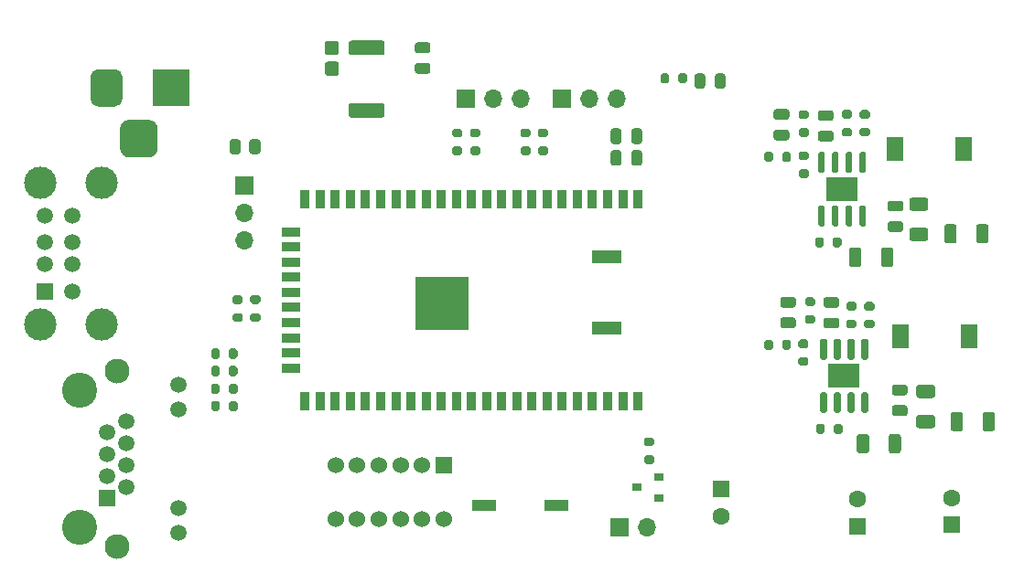
<source format=gbr>
%TF.GenerationSoftware,KiCad,Pcbnew,(5.1.7)-1*%
%TF.CreationDate,2020-11-11T14:22:04+03:00*%
%TF.ProjectId,MT7628_USB_MODEM,4d543736-3238-45f5-9553-425f4d4f4445,rev?*%
%TF.SameCoordinates,Original*%
%TF.FileFunction,Soldermask,Top*%
%TF.FilePolarity,Negative*%
%FSLAX46Y46*%
G04 Gerber Fmt 4.6, Leading zero omitted, Abs format (unit mm)*
G04 Created by KiCad (PCBNEW (5.1.7)-1) date 2020-11-11 14:22:04*
%MOMM*%
%LPD*%
G01*
G04 APERTURE LIST*
%ADD10R,3.000000X2.290000*%
%ADD11O,1.700000X1.700000*%
%ADD12R,1.700000X1.700000*%
%ADD13R,0.900000X0.800000*%
%ADD14C,1.500000*%
%ADD15C,2.300000*%
%ADD16C,3.250000*%
%ADD17R,1.500000X1.500000*%
%ADD18C,1.524000*%
%ADD19R,1.524000X1.524000*%
%ADD20R,3.500000X3.500000*%
%ADD21C,3.000000*%
%ADD22R,0.900000X1.800000*%
%ADD23R,1.800000X0.900000*%
%ADD24R,2.700000X1.200000*%
%ADD25R,5.000000X5.000000*%
%ADD26R,1.500000X2.200000*%
%ADD27R,2.160000X1.120000*%
%ADD28C,1.600000*%
%ADD29R,1.600000X1.600000*%
G04 APERTURE END LIST*
D10*
%TO.C,D1*%
X147657820Y-68818760D03*
G36*
G01*
X149412820Y-70318760D02*
X149712820Y-70318760D01*
G75*
G02*
X149862820Y-70468760I0J-150000D01*
G01*
X149862820Y-72118760D01*
G75*
G02*
X149712820Y-72268760I-150000J0D01*
G01*
X149412820Y-72268760D01*
G75*
G02*
X149262820Y-72118760I0J150000D01*
G01*
X149262820Y-70468760D01*
G75*
G02*
X149412820Y-70318760I150000J0D01*
G01*
G37*
G36*
G01*
X148142820Y-70318760D02*
X148442820Y-70318760D01*
G75*
G02*
X148592820Y-70468760I0J-150000D01*
G01*
X148592820Y-72118760D01*
G75*
G02*
X148442820Y-72268760I-150000J0D01*
G01*
X148142820Y-72268760D01*
G75*
G02*
X147992820Y-72118760I0J150000D01*
G01*
X147992820Y-70468760D01*
G75*
G02*
X148142820Y-70318760I150000J0D01*
G01*
G37*
G36*
G01*
X146872820Y-70318760D02*
X147172820Y-70318760D01*
G75*
G02*
X147322820Y-70468760I0J-150000D01*
G01*
X147322820Y-72118760D01*
G75*
G02*
X147172820Y-72268760I-150000J0D01*
G01*
X146872820Y-72268760D01*
G75*
G02*
X146722820Y-72118760I0J150000D01*
G01*
X146722820Y-70468760D01*
G75*
G02*
X146872820Y-70318760I150000J0D01*
G01*
G37*
G36*
G01*
X145602820Y-70318760D02*
X145902820Y-70318760D01*
G75*
G02*
X146052820Y-70468760I0J-150000D01*
G01*
X146052820Y-72118760D01*
G75*
G02*
X145902820Y-72268760I-150000J0D01*
G01*
X145602820Y-72268760D01*
G75*
G02*
X145452820Y-72118760I0J150000D01*
G01*
X145452820Y-70468760D01*
G75*
G02*
X145602820Y-70318760I150000J0D01*
G01*
G37*
G36*
G01*
X145602820Y-65368760D02*
X145902820Y-65368760D01*
G75*
G02*
X146052820Y-65518760I0J-150000D01*
G01*
X146052820Y-67168760D01*
G75*
G02*
X145902820Y-67318760I-150000J0D01*
G01*
X145602820Y-67318760D01*
G75*
G02*
X145452820Y-67168760I0J150000D01*
G01*
X145452820Y-65518760D01*
G75*
G02*
X145602820Y-65368760I150000J0D01*
G01*
G37*
G36*
G01*
X146872820Y-65368760D02*
X147172820Y-65368760D01*
G75*
G02*
X147322820Y-65518760I0J-150000D01*
G01*
X147322820Y-67168760D01*
G75*
G02*
X147172820Y-67318760I-150000J0D01*
G01*
X146872820Y-67318760D01*
G75*
G02*
X146722820Y-67168760I0J150000D01*
G01*
X146722820Y-65518760D01*
G75*
G02*
X146872820Y-65368760I150000J0D01*
G01*
G37*
G36*
G01*
X148142820Y-65368760D02*
X148442820Y-65368760D01*
G75*
G02*
X148592820Y-65518760I0J-150000D01*
G01*
X148592820Y-67168760D01*
G75*
G02*
X148442820Y-67318760I-150000J0D01*
G01*
X148142820Y-67318760D01*
G75*
G02*
X147992820Y-67168760I0J150000D01*
G01*
X147992820Y-65518760D01*
G75*
G02*
X148142820Y-65368760I150000J0D01*
G01*
G37*
G36*
G01*
X149412820Y-65368760D02*
X149712820Y-65368760D01*
G75*
G02*
X149862820Y-65518760I0J-150000D01*
G01*
X149862820Y-67168760D01*
G75*
G02*
X149712820Y-67318760I-150000J0D01*
G01*
X149412820Y-67318760D01*
G75*
G02*
X149262820Y-67168760I0J150000D01*
G01*
X149262820Y-65518760D01*
G75*
G02*
X149412820Y-65368760I150000J0D01*
G01*
G37*
%TD*%
%TO.C,D2*%
X147474940Y-51516280D03*
G36*
G01*
X149229940Y-53016280D02*
X149529940Y-53016280D01*
G75*
G02*
X149679940Y-53166280I0J-150000D01*
G01*
X149679940Y-54816280D01*
G75*
G02*
X149529940Y-54966280I-150000J0D01*
G01*
X149229940Y-54966280D01*
G75*
G02*
X149079940Y-54816280I0J150000D01*
G01*
X149079940Y-53166280D01*
G75*
G02*
X149229940Y-53016280I150000J0D01*
G01*
G37*
G36*
G01*
X147959940Y-53016280D02*
X148259940Y-53016280D01*
G75*
G02*
X148409940Y-53166280I0J-150000D01*
G01*
X148409940Y-54816280D01*
G75*
G02*
X148259940Y-54966280I-150000J0D01*
G01*
X147959940Y-54966280D01*
G75*
G02*
X147809940Y-54816280I0J150000D01*
G01*
X147809940Y-53166280D01*
G75*
G02*
X147959940Y-53016280I150000J0D01*
G01*
G37*
G36*
G01*
X146689940Y-53016280D02*
X146989940Y-53016280D01*
G75*
G02*
X147139940Y-53166280I0J-150000D01*
G01*
X147139940Y-54816280D01*
G75*
G02*
X146989940Y-54966280I-150000J0D01*
G01*
X146689940Y-54966280D01*
G75*
G02*
X146539940Y-54816280I0J150000D01*
G01*
X146539940Y-53166280D01*
G75*
G02*
X146689940Y-53016280I150000J0D01*
G01*
G37*
G36*
G01*
X145419940Y-53016280D02*
X145719940Y-53016280D01*
G75*
G02*
X145869940Y-53166280I0J-150000D01*
G01*
X145869940Y-54816280D01*
G75*
G02*
X145719940Y-54966280I-150000J0D01*
G01*
X145419940Y-54966280D01*
G75*
G02*
X145269940Y-54816280I0J150000D01*
G01*
X145269940Y-53166280D01*
G75*
G02*
X145419940Y-53016280I150000J0D01*
G01*
G37*
G36*
G01*
X145419940Y-48066280D02*
X145719940Y-48066280D01*
G75*
G02*
X145869940Y-48216280I0J-150000D01*
G01*
X145869940Y-49866280D01*
G75*
G02*
X145719940Y-50016280I-150000J0D01*
G01*
X145419940Y-50016280D01*
G75*
G02*
X145269940Y-49866280I0J150000D01*
G01*
X145269940Y-48216280D01*
G75*
G02*
X145419940Y-48066280I150000J0D01*
G01*
G37*
G36*
G01*
X146689940Y-48066280D02*
X146989940Y-48066280D01*
G75*
G02*
X147139940Y-48216280I0J-150000D01*
G01*
X147139940Y-49866280D01*
G75*
G02*
X146989940Y-50016280I-150000J0D01*
G01*
X146689940Y-50016280D01*
G75*
G02*
X146539940Y-49866280I0J150000D01*
G01*
X146539940Y-48216280D01*
G75*
G02*
X146689940Y-48066280I150000J0D01*
G01*
G37*
G36*
G01*
X147959940Y-48066280D02*
X148259940Y-48066280D01*
G75*
G02*
X148409940Y-48216280I0J-150000D01*
G01*
X148409940Y-49866280D01*
G75*
G02*
X148259940Y-50016280I-150000J0D01*
G01*
X147959940Y-50016280D01*
G75*
G02*
X147809940Y-49866280I0J150000D01*
G01*
X147809940Y-48216280D01*
G75*
G02*
X147959940Y-48066280I150000J0D01*
G01*
G37*
G36*
G01*
X149229940Y-48066280D02*
X149529940Y-48066280D01*
G75*
G02*
X149679940Y-48216280I0J-150000D01*
G01*
X149679940Y-49866280D01*
G75*
G02*
X149529940Y-50016280I-150000J0D01*
G01*
X149229940Y-50016280D01*
G75*
G02*
X149079940Y-49866280I0J150000D01*
G01*
X149079940Y-48216280D01*
G75*
G02*
X149229940Y-48066280I150000J0D01*
G01*
G37*
%TD*%
%TO.C,R25*%
G36*
G01*
X129868340Y-75325420D02*
X129318340Y-75325420D01*
G75*
G02*
X129118340Y-75125420I0J200000D01*
G01*
X129118340Y-74725420D01*
G75*
G02*
X129318340Y-74525420I200000J0D01*
G01*
X129868340Y-74525420D01*
G75*
G02*
X130068340Y-74725420I0J-200000D01*
G01*
X130068340Y-75125420D01*
G75*
G02*
X129868340Y-75325420I-200000J0D01*
G01*
G37*
G36*
G01*
X129868340Y-76975420D02*
X129318340Y-76975420D01*
G75*
G02*
X129118340Y-76775420I0J200000D01*
G01*
X129118340Y-76375420D01*
G75*
G02*
X129318340Y-76175420I200000J0D01*
G01*
X129868340Y-76175420D01*
G75*
G02*
X130068340Y-76375420I0J-200000D01*
G01*
X130068340Y-76775420D01*
G75*
G02*
X129868340Y-76975420I-200000J0D01*
G01*
G37*
%TD*%
D11*
%TO.C,J7*%
X129448560Y-82829400D03*
D12*
X126908560Y-82829400D03*
%TD*%
D13*
%TO.C,Q1*%
X128484120Y-79151480D03*
X130484120Y-78201480D03*
X130484120Y-80101480D03*
%TD*%
%TO.C,C10*%
G36*
G01*
X158654440Y-72395319D02*
X158654440Y-73695321D01*
G75*
G02*
X158404441Y-73945320I-249999J0D01*
G01*
X157754439Y-73945320D01*
G75*
G02*
X157504440Y-73695321I0J249999D01*
G01*
X157504440Y-72395319D01*
G75*
G02*
X157754439Y-72145320I249999J0D01*
G01*
X158404441Y-72145320D01*
G75*
G02*
X158654440Y-72395319I0J-249999D01*
G01*
G37*
G36*
G01*
X161604440Y-72395319D02*
X161604440Y-73695321D01*
G75*
G02*
X161354441Y-73945320I-249999J0D01*
G01*
X160704439Y-73945320D01*
G75*
G02*
X160454440Y-73695321I0J249999D01*
G01*
X160454440Y-72395319D01*
G75*
G02*
X160704439Y-72145320I249999J0D01*
G01*
X161354441Y-72145320D01*
G75*
G02*
X161604440Y-72395319I0J-249999D01*
G01*
G37*
%TD*%
%TO.C,C9*%
G36*
G01*
X158067700Y-54986159D02*
X158067700Y-56286161D01*
G75*
G02*
X157817701Y-56536160I-249999J0D01*
G01*
X157167699Y-56536160D01*
G75*
G02*
X156917700Y-56286161I0J249999D01*
G01*
X156917700Y-54986159D01*
G75*
G02*
X157167699Y-54736160I249999J0D01*
G01*
X157817701Y-54736160D01*
G75*
G02*
X158067700Y-54986159I0J-249999D01*
G01*
G37*
G36*
G01*
X161017700Y-54986159D02*
X161017700Y-56286161D01*
G75*
G02*
X160767701Y-56536160I-249999J0D01*
G01*
X160117699Y-56536160D01*
G75*
G02*
X159867700Y-56286161I0J249999D01*
G01*
X159867700Y-54986159D01*
G75*
G02*
X160117699Y-54736160I249999J0D01*
G01*
X160767701Y-54736160D01*
G75*
G02*
X161017700Y-54986159I0J-249999D01*
G01*
G37*
%TD*%
%TO.C,C2*%
G36*
G01*
X151763300Y-75740021D02*
X151763300Y-74440019D01*
G75*
G02*
X152013299Y-74190020I249999J0D01*
G01*
X152663301Y-74190020D01*
G75*
G02*
X152913300Y-74440019I0J-249999D01*
G01*
X152913300Y-75740021D01*
G75*
G02*
X152663301Y-75990020I-249999J0D01*
G01*
X152013299Y-75990020D01*
G75*
G02*
X151763300Y-75740021I0J249999D01*
G01*
G37*
G36*
G01*
X148813300Y-75740021D02*
X148813300Y-74440019D01*
G75*
G02*
X149063299Y-74190020I249999J0D01*
G01*
X149713301Y-74190020D01*
G75*
G02*
X149963300Y-74440019I0J-249999D01*
G01*
X149963300Y-75740021D01*
G75*
G02*
X149713301Y-75990020I-249999J0D01*
G01*
X149063299Y-75990020D01*
G75*
G02*
X148813300Y-75740021I0J249999D01*
G01*
G37*
%TD*%
%TO.C,C1*%
G36*
G01*
X151047020Y-58470561D02*
X151047020Y-57170559D01*
G75*
G02*
X151297019Y-56920560I249999J0D01*
G01*
X151947021Y-56920560D01*
G75*
G02*
X152197020Y-57170559I0J-249999D01*
G01*
X152197020Y-58470561D01*
G75*
G02*
X151947021Y-58720560I-249999J0D01*
G01*
X151297019Y-58720560D01*
G75*
G02*
X151047020Y-58470561I0J249999D01*
G01*
G37*
G36*
G01*
X148097020Y-58470561D02*
X148097020Y-57170559D01*
G75*
G02*
X148347019Y-56920560I249999J0D01*
G01*
X148997021Y-56920560D01*
G75*
G02*
X149247020Y-57170559I0J-249999D01*
G01*
X149247020Y-58470561D01*
G75*
G02*
X148997021Y-58720560I-249999J0D01*
G01*
X148347019Y-58720560D01*
G75*
G02*
X148097020Y-58470561I0J249999D01*
G01*
G37*
%TD*%
%TO.C,C6*%
G36*
G01*
X146941560Y-62506480D02*
X145991560Y-62506480D01*
G75*
G02*
X145741560Y-62256480I0J250000D01*
G01*
X145741560Y-61756480D01*
G75*
G02*
X145991560Y-61506480I250000J0D01*
G01*
X146941560Y-61506480D01*
G75*
G02*
X147191560Y-61756480I0J-250000D01*
G01*
X147191560Y-62256480D01*
G75*
G02*
X146941560Y-62506480I-250000J0D01*
G01*
G37*
G36*
G01*
X146941560Y-64406480D02*
X145991560Y-64406480D01*
G75*
G02*
X145741560Y-64156480I0J250000D01*
G01*
X145741560Y-63656480D01*
G75*
G02*
X145991560Y-63406480I250000J0D01*
G01*
X146941560Y-63406480D01*
G75*
G02*
X147191560Y-63656480I0J-250000D01*
G01*
X147191560Y-64156480D01*
G75*
G02*
X146941560Y-64406480I-250000J0D01*
G01*
G37*
%TD*%
D14*
%TO.C,J2*%
X86089300Y-69663660D03*
X86089300Y-71953660D03*
X86089300Y-81093660D03*
X86089300Y-83383660D03*
D15*
X80379300Y-84653660D03*
X80379300Y-68393660D03*
D16*
X76949300Y-70173660D03*
X76949300Y-82873660D03*
D14*
X81269300Y-72971660D03*
X81269300Y-75003660D03*
X81269300Y-77035660D03*
X81269300Y-79067660D03*
X79489300Y-73987660D03*
X79489300Y-76019660D03*
X79489300Y-78051660D03*
D17*
X79489300Y-80083660D03*
%TD*%
D18*
%TO.C,TR1*%
X110595280Y-82093440D03*
X108595280Y-82093440D03*
X106595280Y-82093440D03*
X104595280Y-82093440D03*
X102595280Y-82093440D03*
X100595280Y-82093440D03*
X100595280Y-77093440D03*
X102595280Y-77093440D03*
X104595280Y-77093440D03*
X106595280Y-77093440D03*
X108595280Y-77093440D03*
D19*
X110595280Y-77093440D03*
%TD*%
D11*
%TO.C,J4*%
X92163900Y-56255920D03*
X92163900Y-53715920D03*
D12*
X92163900Y-51175920D03*
%TD*%
%TO.C,J3*%
G36*
G01*
X80649880Y-47700900D02*
X80649880Y-45950900D01*
G75*
G02*
X81524880Y-45075900I875000J0D01*
G01*
X83274880Y-45075900D01*
G75*
G02*
X84149880Y-45950900I0J-875000D01*
G01*
X84149880Y-47700900D01*
G75*
G02*
X83274880Y-48575900I-875000J0D01*
G01*
X81524880Y-48575900D01*
G75*
G02*
X80649880Y-47700900I0J875000D01*
G01*
G37*
G36*
G01*
X77899880Y-43125900D02*
X77899880Y-41125900D01*
G75*
G02*
X78649880Y-40375900I750000J0D01*
G01*
X80149880Y-40375900D01*
G75*
G02*
X80899880Y-41125900I0J-750000D01*
G01*
X80899880Y-43125900D01*
G75*
G02*
X80149880Y-43875900I-750000J0D01*
G01*
X78649880Y-43875900D01*
G75*
G02*
X77899880Y-43125900I0J750000D01*
G01*
G37*
D20*
X85399880Y-42125900D03*
%TD*%
D21*
%TO.C,J1*%
X73310000Y-50890000D03*
X73310000Y-64030000D03*
D17*
X73660000Y-60960000D03*
D14*
X73660000Y-58460000D03*
X73660000Y-56460000D03*
X73660000Y-53960000D03*
D21*
X78990000Y-64030000D03*
X78990000Y-50890000D03*
D14*
X76280000Y-60960000D03*
X76280000Y-58460000D03*
X76280000Y-56460000D03*
X76280000Y-53960000D03*
%TD*%
%TO.C,R24*%
G36*
G01*
X92619140Y-48029282D02*
X92619140Y-47129278D01*
G75*
G02*
X92869138Y-46879280I249998J0D01*
G01*
X93394142Y-46879280D01*
G75*
G02*
X93644140Y-47129278I0J-249998D01*
G01*
X93644140Y-48029282D01*
G75*
G02*
X93394142Y-48279280I-249998J0D01*
G01*
X92869138Y-48279280D01*
G75*
G02*
X92619140Y-48029282I0J249998D01*
G01*
G37*
G36*
G01*
X90794140Y-48029282D02*
X90794140Y-47129278D01*
G75*
G02*
X91044138Y-46879280I249998J0D01*
G01*
X91569142Y-46879280D01*
G75*
G02*
X91819140Y-47129278I0J-249998D01*
G01*
X91819140Y-48029282D01*
G75*
G02*
X91569142Y-48279280I-249998J0D01*
G01*
X91044138Y-48279280D01*
G75*
G02*
X90794140Y-48029282I0J249998D01*
G01*
G37*
%TD*%
D22*
%TO.C,D5*%
X128573940Y-52471060D03*
X127173940Y-52471060D03*
X125773940Y-52471060D03*
X124373940Y-52471060D03*
X122973940Y-52471060D03*
X121573940Y-52471060D03*
X120173940Y-52471060D03*
X118773940Y-52471060D03*
X117373940Y-52471060D03*
X115973940Y-52471060D03*
X114573940Y-52471060D03*
X113173940Y-52471060D03*
X111773940Y-52471060D03*
X110373940Y-52471060D03*
X108973940Y-52471060D03*
X107573940Y-52471060D03*
X106173940Y-52471060D03*
X104773940Y-52471060D03*
X103373940Y-52471060D03*
X101973940Y-52471060D03*
X100573940Y-52471060D03*
X99173940Y-52471060D03*
X97773940Y-52471060D03*
D23*
X96473940Y-55471060D03*
X96473940Y-56871060D03*
X96473940Y-58271060D03*
X96473940Y-59671060D03*
X96473940Y-61071060D03*
X96473940Y-62471060D03*
X96473940Y-63871060D03*
X96473940Y-65271060D03*
X96473940Y-66671060D03*
X96473940Y-68071060D03*
D22*
X97773940Y-71171060D03*
X99173940Y-71171060D03*
X100573940Y-71171060D03*
X101973940Y-71171060D03*
X103373940Y-71171060D03*
X104773940Y-71171060D03*
X106173940Y-71171060D03*
X107573940Y-71171060D03*
X108973940Y-71171060D03*
X110373940Y-71171060D03*
X111773940Y-71171060D03*
X113173940Y-71171060D03*
X114573940Y-71171060D03*
X115973940Y-71171060D03*
X117373940Y-71171060D03*
X118773940Y-71171060D03*
X120173940Y-71171060D03*
X121573940Y-71171060D03*
X122973940Y-71171060D03*
X124373940Y-71171060D03*
X125773940Y-71171060D03*
X127173940Y-71171060D03*
X128573940Y-71171060D03*
D24*
X125723940Y-64371060D03*
X125723940Y-57771060D03*
D25*
X110473940Y-62071060D03*
%TD*%
%TO.C,D6*%
G36*
G01*
X102054599Y-43539960D02*
X104904601Y-43539960D01*
G75*
G02*
X105154600Y-43789959I0J-249999D01*
G01*
X105154600Y-44639961D01*
G75*
G02*
X104904601Y-44889960I-249999J0D01*
G01*
X102054599Y-44889960D01*
G75*
G02*
X101804600Y-44639961I0J249999D01*
G01*
X101804600Y-43789959D01*
G75*
G02*
X102054599Y-43539960I249999J0D01*
G01*
G37*
G36*
G01*
X102054599Y-37739960D02*
X104904601Y-37739960D01*
G75*
G02*
X105154600Y-37989959I0J-249999D01*
G01*
X105154600Y-38839961D01*
G75*
G02*
X104904601Y-39089960I-249999J0D01*
G01*
X102054599Y-39089960D01*
G75*
G02*
X101804600Y-38839961I0J249999D01*
G01*
X101804600Y-37989959D01*
G75*
G02*
X102054599Y-37739960I249999J0D01*
G01*
G37*
%TD*%
%TO.C,D4*%
G36*
G01*
X154571540Y-69618240D02*
X155821540Y-69618240D01*
G75*
G02*
X156071540Y-69868240I0J-250000D01*
G01*
X156071540Y-70618240D01*
G75*
G02*
X155821540Y-70868240I-250000J0D01*
G01*
X154571540Y-70868240D01*
G75*
G02*
X154321540Y-70618240I0J250000D01*
G01*
X154321540Y-69868240D01*
G75*
G02*
X154571540Y-69618240I250000J0D01*
G01*
G37*
G36*
G01*
X154571540Y-72418240D02*
X155821540Y-72418240D01*
G75*
G02*
X156071540Y-72668240I0J-250000D01*
G01*
X156071540Y-73418240D01*
G75*
G02*
X155821540Y-73668240I-250000J0D01*
G01*
X154571540Y-73668240D01*
G75*
G02*
X154321540Y-73418240I0J250000D01*
G01*
X154321540Y-72668240D01*
G75*
G02*
X154571540Y-72418240I250000J0D01*
G01*
G37*
%TD*%
%TO.C,D3*%
G36*
G01*
X153931460Y-55075120D02*
X155181460Y-55075120D01*
G75*
G02*
X155431460Y-55325120I0J-250000D01*
G01*
X155431460Y-56075120D01*
G75*
G02*
X155181460Y-56325120I-250000J0D01*
G01*
X153931460Y-56325120D01*
G75*
G02*
X153681460Y-56075120I0J250000D01*
G01*
X153681460Y-55325120D01*
G75*
G02*
X153931460Y-55075120I250000J0D01*
G01*
G37*
G36*
G01*
X153931460Y-52275120D02*
X155181460Y-52275120D01*
G75*
G02*
X155431460Y-52525120I0J-250000D01*
G01*
X155431460Y-53275120D01*
G75*
G02*
X155181460Y-53525120I-250000J0D01*
G01*
X153931460Y-53525120D01*
G75*
G02*
X153681460Y-53275120I0J250000D01*
G01*
X153681460Y-52525120D01*
G75*
G02*
X153931460Y-52275120I250000J0D01*
G01*
G37*
%TD*%
D26*
%TO.C,L2*%
X159252520Y-65105280D03*
X152852520Y-65105280D03*
%TD*%
%TO.C,L1*%
X158719120Y-47754540D03*
X152319120Y-47754540D03*
%TD*%
D27*
%TO.C,SW1*%
X114323360Y-80777080D03*
X121053360Y-80777080D03*
%TD*%
%TO.C,R23*%
G36*
G01*
X89889780Y-71312360D02*
X89889780Y-71862360D01*
G75*
G02*
X89689780Y-72062360I-200000J0D01*
G01*
X89289780Y-72062360D01*
G75*
G02*
X89089780Y-71862360I0J200000D01*
G01*
X89089780Y-71312360D01*
G75*
G02*
X89289780Y-71112360I200000J0D01*
G01*
X89689780Y-71112360D01*
G75*
G02*
X89889780Y-71312360I0J-200000D01*
G01*
G37*
G36*
G01*
X91539780Y-71312360D02*
X91539780Y-71862360D01*
G75*
G02*
X91339780Y-72062360I-200000J0D01*
G01*
X90939780Y-72062360D01*
G75*
G02*
X90739780Y-71862360I0J200000D01*
G01*
X90739780Y-71312360D01*
G75*
G02*
X90939780Y-71112360I200000J0D01*
G01*
X91339780Y-71112360D01*
G75*
G02*
X91539780Y-71312360I0J-200000D01*
G01*
G37*
%TD*%
%TO.C,R22*%
G36*
G01*
X89882160Y-69737560D02*
X89882160Y-70287560D01*
G75*
G02*
X89682160Y-70487560I-200000J0D01*
G01*
X89282160Y-70487560D01*
G75*
G02*
X89082160Y-70287560I0J200000D01*
G01*
X89082160Y-69737560D01*
G75*
G02*
X89282160Y-69537560I200000J0D01*
G01*
X89682160Y-69537560D01*
G75*
G02*
X89882160Y-69737560I0J-200000D01*
G01*
G37*
G36*
G01*
X91532160Y-69737560D02*
X91532160Y-70287560D01*
G75*
G02*
X91332160Y-70487560I-200000J0D01*
G01*
X90932160Y-70487560D01*
G75*
G02*
X90732160Y-70287560I0J200000D01*
G01*
X90732160Y-69737560D01*
G75*
G02*
X90932160Y-69537560I200000J0D01*
G01*
X91332160Y-69537560D01*
G75*
G02*
X91532160Y-69737560I0J-200000D01*
G01*
G37*
%TD*%
%TO.C,R19*%
G36*
G01*
X111573900Y-47554200D02*
X112123900Y-47554200D01*
G75*
G02*
X112323900Y-47754200I0J-200000D01*
G01*
X112323900Y-48154200D01*
G75*
G02*
X112123900Y-48354200I-200000J0D01*
G01*
X111573900Y-48354200D01*
G75*
G02*
X111373900Y-48154200I0J200000D01*
G01*
X111373900Y-47754200D01*
G75*
G02*
X111573900Y-47554200I200000J0D01*
G01*
G37*
G36*
G01*
X111573900Y-45904200D02*
X112123900Y-45904200D01*
G75*
G02*
X112323900Y-46104200I0J-200000D01*
G01*
X112323900Y-46504200D01*
G75*
G02*
X112123900Y-46704200I-200000J0D01*
G01*
X111573900Y-46704200D01*
G75*
G02*
X111373900Y-46504200I0J200000D01*
G01*
X111373900Y-46104200D01*
G75*
G02*
X111573900Y-45904200I200000J0D01*
G01*
G37*
%TD*%
%TO.C,R17*%
G36*
G01*
X131464500Y-40949200D02*
X131464500Y-41499200D01*
G75*
G02*
X131264500Y-41699200I-200000J0D01*
G01*
X130864500Y-41699200D01*
G75*
G02*
X130664500Y-41499200I0J200000D01*
G01*
X130664500Y-40949200D01*
G75*
G02*
X130864500Y-40749200I200000J0D01*
G01*
X131264500Y-40749200D01*
G75*
G02*
X131464500Y-40949200I0J-200000D01*
G01*
G37*
G36*
G01*
X133114500Y-40949200D02*
X133114500Y-41499200D01*
G75*
G02*
X132914500Y-41699200I-200000J0D01*
G01*
X132514500Y-41699200D01*
G75*
G02*
X132314500Y-41499200I0J200000D01*
G01*
X132314500Y-40949200D01*
G75*
G02*
X132514500Y-40749200I200000J0D01*
G01*
X132914500Y-40749200D01*
G75*
G02*
X133114500Y-40949200I0J-200000D01*
G01*
G37*
%TD*%
%TO.C,R11*%
G36*
G01*
X141930440Y-48789000D02*
X141930440Y-48239000D01*
G75*
G02*
X142130440Y-48039000I200000J0D01*
G01*
X142530440Y-48039000D01*
G75*
G02*
X142730440Y-48239000I0J-200000D01*
G01*
X142730440Y-48789000D01*
G75*
G02*
X142530440Y-48989000I-200000J0D01*
G01*
X142130440Y-48989000D01*
G75*
G02*
X141930440Y-48789000I0J200000D01*
G01*
G37*
G36*
G01*
X140280440Y-48789000D02*
X140280440Y-48239000D01*
G75*
G02*
X140480440Y-48039000I200000J0D01*
G01*
X140880440Y-48039000D01*
G75*
G02*
X141080440Y-48239000I0J-200000D01*
G01*
X141080440Y-48789000D01*
G75*
G02*
X140880440Y-48989000I-200000J0D01*
G01*
X140480440Y-48989000D01*
G75*
G02*
X140280440Y-48789000I0J200000D01*
G01*
G37*
%TD*%
%TO.C,R10*%
G36*
G01*
X143603300Y-67081720D02*
X144153300Y-67081720D01*
G75*
G02*
X144353300Y-67281720I0J-200000D01*
G01*
X144353300Y-67681720D01*
G75*
G02*
X144153300Y-67881720I-200000J0D01*
G01*
X143603300Y-67881720D01*
G75*
G02*
X143403300Y-67681720I0J200000D01*
G01*
X143403300Y-67281720D01*
G75*
G02*
X143603300Y-67081720I200000J0D01*
G01*
G37*
G36*
G01*
X143603300Y-65431720D02*
X144153300Y-65431720D01*
G75*
G02*
X144353300Y-65631720I0J-200000D01*
G01*
X144353300Y-66031720D01*
G75*
G02*
X144153300Y-66231720I-200000J0D01*
G01*
X143603300Y-66231720D01*
G75*
G02*
X143403300Y-66031720I0J200000D01*
G01*
X143403300Y-65631720D01*
G75*
G02*
X143603300Y-65431720I200000J0D01*
G01*
G37*
%TD*%
%TO.C,R9*%
G36*
G01*
X143636320Y-49667480D02*
X144186320Y-49667480D01*
G75*
G02*
X144386320Y-49867480I0J-200000D01*
G01*
X144386320Y-50267480D01*
G75*
G02*
X144186320Y-50467480I-200000J0D01*
G01*
X143636320Y-50467480D01*
G75*
G02*
X143436320Y-50267480I0J200000D01*
G01*
X143436320Y-49867480D01*
G75*
G02*
X143636320Y-49667480I200000J0D01*
G01*
G37*
G36*
G01*
X143636320Y-48017480D02*
X144186320Y-48017480D01*
G75*
G02*
X144386320Y-48217480I0J-200000D01*
G01*
X144386320Y-48617480D01*
G75*
G02*
X144186320Y-48817480I-200000J0D01*
G01*
X143636320Y-48817480D01*
G75*
G02*
X143436320Y-48617480I0J200000D01*
G01*
X143436320Y-48217480D01*
G75*
G02*
X143636320Y-48017480I200000J0D01*
G01*
G37*
%TD*%
%TO.C,R5*%
G36*
G01*
X148577980Y-62749380D02*
X148027980Y-62749380D01*
G75*
G02*
X147827980Y-62549380I0J200000D01*
G01*
X147827980Y-62149380D01*
G75*
G02*
X148027980Y-61949380I200000J0D01*
G01*
X148577980Y-61949380D01*
G75*
G02*
X148777980Y-62149380I0J-200000D01*
G01*
X148777980Y-62549380D01*
G75*
G02*
X148577980Y-62749380I-200000J0D01*
G01*
G37*
G36*
G01*
X148577980Y-64399380D02*
X148027980Y-64399380D01*
G75*
G02*
X147827980Y-64199380I0J200000D01*
G01*
X147827980Y-63799380D01*
G75*
G02*
X148027980Y-63599380I200000J0D01*
G01*
X148577980Y-63599380D01*
G75*
G02*
X148777980Y-63799380I0J-200000D01*
G01*
X148777980Y-64199380D01*
G75*
G02*
X148577980Y-64399380I-200000J0D01*
G01*
G37*
%TD*%
D11*
%TO.C,J6*%
X117711220Y-43136820D03*
X115171220Y-43136820D03*
D12*
X112631220Y-43136820D03*
%TD*%
D11*
%TO.C,J5*%
X126657100Y-43101260D03*
X124117100Y-43101260D03*
D12*
X121577100Y-43101260D03*
%TD*%
%TO.C,F1*%
G36*
G01*
X100658881Y-39090320D02*
X99858879Y-39090320D01*
G75*
G02*
X99608880Y-38840321I0J249999D01*
G01*
X99608880Y-38015319D01*
G75*
G02*
X99858879Y-37765320I249999J0D01*
G01*
X100658881Y-37765320D01*
G75*
G02*
X100908880Y-38015319I0J-249999D01*
G01*
X100908880Y-38840321D01*
G75*
G02*
X100658881Y-39090320I-249999J0D01*
G01*
G37*
G36*
G01*
X100658881Y-41015320D02*
X99858879Y-41015320D01*
G75*
G02*
X99608880Y-40765321I0J249999D01*
G01*
X99608880Y-39940319D01*
G75*
G02*
X99858879Y-39690320I249999J0D01*
G01*
X100658881Y-39690320D01*
G75*
G02*
X100908880Y-39940319I0J-249999D01*
G01*
X100908880Y-40765321D01*
G75*
G02*
X100658881Y-41015320I-249999J0D01*
G01*
G37*
%TD*%
%TO.C,D7*%
G36*
G01*
X135697140Y-41949690D02*
X135697140Y-41037190D01*
G75*
G02*
X135940890Y-40793440I243750J0D01*
G01*
X136428390Y-40793440D01*
G75*
G02*
X136672140Y-41037190I0J-243750D01*
G01*
X136672140Y-41949690D01*
G75*
G02*
X136428390Y-42193440I-243750J0D01*
G01*
X135940890Y-42193440D01*
G75*
G02*
X135697140Y-41949690I0J243750D01*
G01*
G37*
G36*
G01*
X133822140Y-41949690D02*
X133822140Y-41037190D01*
G75*
G02*
X134065890Y-40793440I243750J0D01*
G01*
X134553390Y-40793440D01*
G75*
G02*
X134797140Y-41037190I0J-243750D01*
G01*
X134797140Y-41949690D01*
G75*
G02*
X134553390Y-42193440I-243750J0D01*
G01*
X134065890Y-42193440D01*
G75*
G02*
X133822140Y-41949690I0J243750D01*
G01*
G37*
%TD*%
%TO.C,C12*%
G36*
G01*
X108176040Y-39814960D02*
X109126040Y-39814960D01*
G75*
G02*
X109376040Y-40064960I0J-250000D01*
G01*
X109376040Y-40564960D01*
G75*
G02*
X109126040Y-40814960I-250000J0D01*
G01*
X108176040Y-40814960D01*
G75*
G02*
X107926040Y-40564960I0J250000D01*
G01*
X107926040Y-40064960D01*
G75*
G02*
X108176040Y-39814960I250000J0D01*
G01*
G37*
G36*
G01*
X108176040Y-37914960D02*
X109126040Y-37914960D01*
G75*
G02*
X109376040Y-38164960I0J-250000D01*
G01*
X109376040Y-38664960D01*
G75*
G02*
X109126040Y-38914960I-250000J0D01*
G01*
X108176040Y-38914960D01*
G75*
G02*
X107926040Y-38664960I0J250000D01*
G01*
X107926040Y-38164960D01*
G75*
G02*
X108176040Y-37914960I250000J0D01*
G01*
G37*
%TD*%
%TO.C,C16*%
G36*
G01*
X127958000Y-49098220D02*
X127958000Y-48148220D01*
G75*
G02*
X128208000Y-47898220I250000J0D01*
G01*
X128708000Y-47898220D01*
G75*
G02*
X128958000Y-48148220I0J-250000D01*
G01*
X128958000Y-49098220D01*
G75*
G02*
X128708000Y-49348220I-250000J0D01*
G01*
X128208000Y-49348220D01*
G75*
G02*
X127958000Y-49098220I0J250000D01*
G01*
G37*
G36*
G01*
X126058000Y-49098220D02*
X126058000Y-48148220D01*
G75*
G02*
X126308000Y-47898220I250000J0D01*
G01*
X126808000Y-47898220D01*
G75*
G02*
X127058000Y-48148220I0J-250000D01*
G01*
X127058000Y-49098220D01*
G75*
G02*
X126808000Y-49348220I-250000J0D01*
G01*
X126308000Y-49348220D01*
G75*
G02*
X126058000Y-49098220I0J250000D01*
G01*
G37*
%TD*%
%TO.C,R21*%
G36*
G01*
X113240140Y-47554200D02*
X113790140Y-47554200D01*
G75*
G02*
X113990140Y-47754200I0J-200000D01*
G01*
X113990140Y-48154200D01*
G75*
G02*
X113790140Y-48354200I-200000J0D01*
G01*
X113240140Y-48354200D01*
G75*
G02*
X113040140Y-48154200I0J200000D01*
G01*
X113040140Y-47754200D01*
G75*
G02*
X113240140Y-47554200I200000J0D01*
G01*
G37*
G36*
G01*
X113240140Y-45904200D02*
X113790140Y-45904200D01*
G75*
G02*
X113990140Y-46104200I0J-200000D01*
G01*
X113990140Y-46504200D01*
G75*
G02*
X113790140Y-46704200I-200000J0D01*
G01*
X113240140Y-46704200D01*
G75*
G02*
X113040140Y-46504200I0J200000D01*
G01*
X113040140Y-46104200D01*
G75*
G02*
X113240140Y-45904200I200000J0D01*
G01*
G37*
%TD*%
%TO.C,R20*%
G36*
G01*
X119519020Y-47554200D02*
X120069020Y-47554200D01*
G75*
G02*
X120269020Y-47754200I0J-200000D01*
G01*
X120269020Y-48154200D01*
G75*
G02*
X120069020Y-48354200I-200000J0D01*
G01*
X119519020Y-48354200D01*
G75*
G02*
X119319020Y-48154200I0J200000D01*
G01*
X119319020Y-47754200D01*
G75*
G02*
X119519020Y-47554200I200000J0D01*
G01*
G37*
G36*
G01*
X119519020Y-45904200D02*
X120069020Y-45904200D01*
G75*
G02*
X120269020Y-46104200I0J-200000D01*
G01*
X120269020Y-46504200D01*
G75*
G02*
X120069020Y-46704200I-200000J0D01*
G01*
X119519020Y-46704200D01*
G75*
G02*
X119319020Y-46504200I0J200000D01*
G01*
X119319020Y-46104200D01*
G75*
G02*
X119519020Y-45904200I200000J0D01*
G01*
G37*
%TD*%
%TO.C,R18*%
G36*
G01*
X117903580Y-47554200D02*
X118453580Y-47554200D01*
G75*
G02*
X118653580Y-47754200I0J-200000D01*
G01*
X118653580Y-48154200D01*
G75*
G02*
X118453580Y-48354200I-200000J0D01*
G01*
X117903580Y-48354200D01*
G75*
G02*
X117703580Y-48154200I0J200000D01*
G01*
X117703580Y-47754200D01*
G75*
G02*
X117903580Y-47554200I200000J0D01*
G01*
G37*
G36*
G01*
X117903580Y-45904200D02*
X118453580Y-45904200D01*
G75*
G02*
X118653580Y-46104200I0J-200000D01*
G01*
X118653580Y-46504200D01*
G75*
G02*
X118453580Y-46704200I-200000J0D01*
G01*
X117903580Y-46704200D01*
G75*
G02*
X117703580Y-46504200I0J200000D01*
G01*
X117703580Y-46104200D01*
G75*
G02*
X117903580Y-45904200I200000J0D01*
G01*
G37*
%TD*%
%TO.C,R16*%
G36*
G01*
X91831840Y-62147400D02*
X91281840Y-62147400D01*
G75*
G02*
X91081840Y-61947400I0J200000D01*
G01*
X91081840Y-61547400D01*
G75*
G02*
X91281840Y-61347400I200000J0D01*
G01*
X91831840Y-61347400D01*
G75*
G02*
X92031840Y-61547400I0J-200000D01*
G01*
X92031840Y-61947400D01*
G75*
G02*
X91831840Y-62147400I-200000J0D01*
G01*
G37*
G36*
G01*
X91831840Y-63797400D02*
X91281840Y-63797400D01*
G75*
G02*
X91081840Y-63597400I0J200000D01*
G01*
X91081840Y-63197400D01*
G75*
G02*
X91281840Y-62997400I200000J0D01*
G01*
X91831840Y-62997400D01*
G75*
G02*
X92031840Y-63197400I0J-200000D01*
G01*
X92031840Y-63597400D01*
G75*
G02*
X91831840Y-63797400I-200000J0D01*
G01*
G37*
%TD*%
%TO.C,R15*%
G36*
G01*
X93452360Y-62147400D02*
X92902360Y-62147400D01*
G75*
G02*
X92702360Y-61947400I0J200000D01*
G01*
X92702360Y-61547400D01*
G75*
G02*
X92902360Y-61347400I200000J0D01*
G01*
X93452360Y-61347400D01*
G75*
G02*
X93652360Y-61547400I0J-200000D01*
G01*
X93652360Y-61947400D01*
G75*
G02*
X93452360Y-62147400I-200000J0D01*
G01*
G37*
G36*
G01*
X93452360Y-63797400D02*
X92902360Y-63797400D01*
G75*
G02*
X92702360Y-63597400I0J200000D01*
G01*
X92702360Y-63197400D01*
G75*
G02*
X92902360Y-62997400I200000J0D01*
G01*
X93452360Y-62997400D01*
G75*
G02*
X93652360Y-63197400I0J-200000D01*
G01*
X93652360Y-63597400D01*
G75*
G02*
X93452360Y-63797400I-200000J0D01*
G01*
G37*
%TD*%
%TO.C,R14*%
G36*
G01*
X89882160Y-66481280D02*
X89882160Y-67031280D01*
G75*
G02*
X89682160Y-67231280I-200000J0D01*
G01*
X89282160Y-67231280D01*
G75*
G02*
X89082160Y-67031280I0J200000D01*
G01*
X89082160Y-66481280D01*
G75*
G02*
X89282160Y-66281280I200000J0D01*
G01*
X89682160Y-66281280D01*
G75*
G02*
X89882160Y-66481280I0J-200000D01*
G01*
G37*
G36*
G01*
X91532160Y-66481280D02*
X91532160Y-67031280D01*
G75*
G02*
X91332160Y-67231280I-200000J0D01*
G01*
X90932160Y-67231280D01*
G75*
G02*
X90732160Y-67031280I0J200000D01*
G01*
X90732160Y-66481280D01*
G75*
G02*
X90932160Y-66281280I200000J0D01*
G01*
X91332160Y-66281280D01*
G75*
G02*
X91532160Y-66481280I0J-200000D01*
G01*
G37*
%TD*%
%TO.C,R13*%
G36*
G01*
X90732160Y-68634020D02*
X90732160Y-68084020D01*
G75*
G02*
X90932160Y-67884020I200000J0D01*
G01*
X91332160Y-67884020D01*
G75*
G02*
X91532160Y-68084020I0J-200000D01*
G01*
X91532160Y-68634020D01*
G75*
G02*
X91332160Y-68834020I-200000J0D01*
G01*
X90932160Y-68834020D01*
G75*
G02*
X90732160Y-68634020I0J200000D01*
G01*
G37*
G36*
G01*
X89082160Y-68634020D02*
X89082160Y-68084020D01*
G75*
G02*
X89282160Y-67884020I200000J0D01*
G01*
X89682160Y-67884020D01*
G75*
G02*
X89882160Y-68084020I0J-200000D01*
G01*
X89882160Y-68634020D01*
G75*
G02*
X89682160Y-68834020I-200000J0D01*
G01*
X89282160Y-68834020D01*
G75*
G02*
X89082160Y-68634020I0J200000D01*
G01*
G37*
%TD*%
%TO.C,R12*%
G36*
G01*
X141927900Y-66193080D02*
X141927900Y-65643080D01*
G75*
G02*
X142127900Y-65443080I200000J0D01*
G01*
X142527900Y-65443080D01*
G75*
G02*
X142727900Y-65643080I0J-200000D01*
G01*
X142727900Y-66193080D01*
G75*
G02*
X142527900Y-66393080I-200000J0D01*
G01*
X142127900Y-66393080D01*
G75*
G02*
X141927900Y-66193080I0J200000D01*
G01*
G37*
G36*
G01*
X140277900Y-66193080D02*
X140277900Y-65643080D01*
G75*
G02*
X140477900Y-65443080I200000J0D01*
G01*
X140877900Y-65443080D01*
G75*
G02*
X141077900Y-65643080I0J-200000D01*
G01*
X141077900Y-66193080D01*
G75*
G02*
X140877900Y-66393080I-200000J0D01*
G01*
X140477900Y-66393080D01*
G75*
G02*
X140277900Y-66193080I0J200000D01*
G01*
G37*
%TD*%
%TO.C,R8*%
G36*
G01*
X144767980Y-62331280D02*
X144217980Y-62331280D01*
G75*
G02*
X144017980Y-62131280I0J200000D01*
G01*
X144017980Y-61731280D01*
G75*
G02*
X144217980Y-61531280I200000J0D01*
G01*
X144767980Y-61531280D01*
G75*
G02*
X144967980Y-61731280I0J-200000D01*
G01*
X144967980Y-62131280D01*
G75*
G02*
X144767980Y-62331280I-200000J0D01*
G01*
G37*
G36*
G01*
X144767980Y-63981280D02*
X144217980Y-63981280D01*
G75*
G02*
X144017980Y-63781280I0J200000D01*
G01*
X144017980Y-63381280D01*
G75*
G02*
X144217980Y-63181280I200000J0D01*
G01*
X144767980Y-63181280D01*
G75*
G02*
X144967980Y-63381280I0J-200000D01*
G01*
X144967980Y-63781280D01*
G75*
G02*
X144767980Y-63981280I-200000J0D01*
G01*
G37*
%TD*%
%TO.C,R7*%
G36*
G01*
X144183415Y-45001380D02*
X143633415Y-45001380D01*
G75*
G02*
X143433415Y-44801380I0J200000D01*
G01*
X143433415Y-44401380D01*
G75*
G02*
X143633415Y-44201380I200000J0D01*
G01*
X144183415Y-44201380D01*
G75*
G02*
X144383415Y-44401380I0J-200000D01*
G01*
X144383415Y-44801380D01*
G75*
G02*
X144183415Y-45001380I-200000J0D01*
G01*
G37*
G36*
G01*
X144183415Y-46651380D02*
X143633415Y-46651380D01*
G75*
G02*
X143433415Y-46451380I0J200000D01*
G01*
X143433415Y-46051380D01*
G75*
G02*
X143633415Y-45851380I200000J0D01*
G01*
X144183415Y-45851380D01*
G75*
G02*
X144383415Y-46051380I0J-200000D01*
G01*
X144383415Y-46451380D01*
G75*
G02*
X144183415Y-46651380I-200000J0D01*
G01*
G37*
%TD*%
%TO.C,R6*%
G36*
G01*
X145874420Y-73438340D02*
X145874420Y-73988340D01*
G75*
G02*
X145674420Y-74188340I-200000J0D01*
G01*
X145274420Y-74188340D01*
G75*
G02*
X145074420Y-73988340I0J200000D01*
G01*
X145074420Y-73438340D01*
G75*
G02*
X145274420Y-73238340I200000J0D01*
G01*
X145674420Y-73238340D01*
G75*
G02*
X145874420Y-73438340I0J-200000D01*
G01*
G37*
G36*
G01*
X147524420Y-73438340D02*
X147524420Y-73988340D01*
G75*
G02*
X147324420Y-74188340I-200000J0D01*
G01*
X146924420Y-74188340D01*
G75*
G02*
X146724420Y-73988340I0J200000D01*
G01*
X146724420Y-73438340D01*
G75*
G02*
X146924420Y-73238340I200000J0D01*
G01*
X147324420Y-73238340D01*
G75*
G02*
X147524420Y-73438340I0J-200000D01*
G01*
G37*
%TD*%
%TO.C,R4*%
G36*
G01*
X149704380Y-63612580D02*
X150254380Y-63612580D01*
G75*
G02*
X150454380Y-63812580I0J-200000D01*
G01*
X150454380Y-64212580D01*
G75*
G02*
X150254380Y-64412580I-200000J0D01*
G01*
X149704380Y-64412580D01*
G75*
G02*
X149504380Y-64212580I0J200000D01*
G01*
X149504380Y-63812580D01*
G75*
G02*
X149704380Y-63612580I200000J0D01*
G01*
G37*
G36*
G01*
X149704380Y-61962580D02*
X150254380Y-61962580D01*
G75*
G02*
X150454380Y-62162580I0J-200000D01*
G01*
X150454380Y-62562580D01*
G75*
G02*
X150254380Y-62762580I-200000J0D01*
G01*
X149704380Y-62762580D01*
G75*
G02*
X149504380Y-62562580I0J200000D01*
G01*
X149504380Y-62162580D01*
G75*
G02*
X149704380Y-61962580I200000J0D01*
G01*
G37*
%TD*%
%TO.C,R3*%
G36*
G01*
X145757580Y-56156180D02*
X145757580Y-56706180D01*
G75*
G02*
X145557580Y-56906180I-200000J0D01*
G01*
X145157580Y-56906180D01*
G75*
G02*
X144957580Y-56706180I0J200000D01*
G01*
X144957580Y-56156180D01*
G75*
G02*
X145157580Y-55956180I200000J0D01*
G01*
X145557580Y-55956180D01*
G75*
G02*
X145757580Y-56156180I0J-200000D01*
G01*
G37*
G36*
G01*
X147407580Y-56156180D02*
X147407580Y-56706180D01*
G75*
G02*
X147207580Y-56906180I-200000J0D01*
G01*
X146807580Y-56906180D01*
G75*
G02*
X146607580Y-56706180I0J200000D01*
G01*
X146607580Y-56156180D01*
G75*
G02*
X146807580Y-55956180I200000J0D01*
G01*
X147207580Y-55956180D01*
G75*
G02*
X147407580Y-56156180I0J-200000D01*
G01*
G37*
%TD*%
%TO.C,R2*%
G36*
G01*
X148181740Y-44982080D02*
X147631740Y-44982080D01*
G75*
G02*
X147431740Y-44782080I0J200000D01*
G01*
X147431740Y-44382080D01*
G75*
G02*
X147631740Y-44182080I200000J0D01*
G01*
X148181740Y-44182080D01*
G75*
G02*
X148381740Y-44382080I0J-200000D01*
G01*
X148381740Y-44782080D01*
G75*
G02*
X148181740Y-44982080I-200000J0D01*
G01*
G37*
G36*
G01*
X148181740Y-46632080D02*
X147631740Y-46632080D01*
G75*
G02*
X147431740Y-46432080I0J200000D01*
G01*
X147431740Y-46032080D01*
G75*
G02*
X147631740Y-45832080I200000J0D01*
G01*
X148181740Y-45832080D01*
G75*
G02*
X148381740Y-46032080I0J-200000D01*
G01*
X148381740Y-46432080D01*
G75*
G02*
X148181740Y-46632080I-200000J0D01*
G01*
G37*
%TD*%
%TO.C,R1*%
G36*
G01*
X149285280Y-45821920D02*
X149835280Y-45821920D01*
G75*
G02*
X150035280Y-46021920I0J-200000D01*
G01*
X150035280Y-46421920D01*
G75*
G02*
X149835280Y-46621920I-200000J0D01*
G01*
X149285280Y-46621920D01*
G75*
G02*
X149085280Y-46421920I0J200000D01*
G01*
X149085280Y-46021920D01*
G75*
G02*
X149285280Y-45821920I200000J0D01*
G01*
G37*
G36*
G01*
X149285280Y-44171920D02*
X149835280Y-44171920D01*
G75*
G02*
X150035280Y-44371920I0J-200000D01*
G01*
X150035280Y-44771920D01*
G75*
G02*
X149835280Y-44971920I-200000J0D01*
G01*
X149285280Y-44971920D01*
G75*
G02*
X149085280Y-44771920I0J200000D01*
G01*
X149085280Y-44371920D01*
G75*
G02*
X149285280Y-44171920I200000J0D01*
G01*
G37*
%TD*%
%TO.C,C15*%
G36*
G01*
X127963080Y-47076380D02*
X127963080Y-46126380D01*
G75*
G02*
X128213080Y-45876380I250000J0D01*
G01*
X128713080Y-45876380D01*
G75*
G02*
X128963080Y-46126380I0J-250000D01*
G01*
X128963080Y-47076380D01*
G75*
G02*
X128713080Y-47326380I-250000J0D01*
G01*
X128213080Y-47326380D01*
G75*
G02*
X127963080Y-47076380I0J250000D01*
G01*
G37*
G36*
G01*
X126063080Y-47076380D02*
X126063080Y-46126380D01*
G75*
G02*
X126313080Y-45876380I250000J0D01*
G01*
X126813080Y-45876380D01*
G75*
G02*
X127063080Y-46126380I0J-250000D01*
G01*
X127063080Y-47076380D01*
G75*
G02*
X126813080Y-47326380I-250000J0D01*
G01*
X126313080Y-47326380D01*
G75*
G02*
X126063080Y-47076380I0J250000D01*
G01*
G37*
%TD*%
D28*
%TO.C,C14*%
X157601920Y-80090640D03*
D29*
X157601920Y-82590640D03*
%TD*%
D28*
%TO.C,C13*%
X148897340Y-80245580D03*
D29*
X148897340Y-82745580D03*
%TD*%
D28*
%TO.C,C11*%
X136260840Y-81814040D03*
D29*
X136260840Y-79314040D03*
%TD*%
%TO.C,C8*%
G36*
G01*
X142946140Y-62491240D02*
X141996140Y-62491240D01*
G75*
G02*
X141746140Y-62241240I0J250000D01*
G01*
X141746140Y-61741240D01*
G75*
G02*
X141996140Y-61491240I250000J0D01*
G01*
X142946140Y-61491240D01*
G75*
G02*
X143196140Y-61741240I0J-250000D01*
G01*
X143196140Y-62241240D01*
G75*
G02*
X142946140Y-62491240I-250000J0D01*
G01*
G37*
G36*
G01*
X142946140Y-64391240D02*
X141996140Y-64391240D01*
G75*
G02*
X141746140Y-64141240I0J250000D01*
G01*
X141746140Y-63641240D01*
G75*
G02*
X141996140Y-63391240I250000J0D01*
G01*
X142946140Y-63391240D01*
G75*
G02*
X143196140Y-63641240I0J-250000D01*
G01*
X143196140Y-64141240D01*
G75*
G02*
X142946140Y-64391240I-250000J0D01*
G01*
G37*
%TD*%
%TO.C,C7*%
G36*
G01*
X142328920Y-45089660D02*
X141378920Y-45089660D01*
G75*
G02*
X141128920Y-44839660I0J250000D01*
G01*
X141128920Y-44339660D01*
G75*
G02*
X141378920Y-44089660I250000J0D01*
G01*
X142328920Y-44089660D01*
G75*
G02*
X142578920Y-44339660I0J-250000D01*
G01*
X142578920Y-44839660D01*
G75*
G02*
X142328920Y-45089660I-250000J0D01*
G01*
G37*
G36*
G01*
X142328920Y-46989660D02*
X141378920Y-46989660D01*
G75*
G02*
X141128920Y-46739660I0J250000D01*
G01*
X141128920Y-46239660D01*
G75*
G02*
X141378920Y-45989660I250000J0D01*
G01*
X142328920Y-45989660D01*
G75*
G02*
X142578920Y-46239660I0J-250000D01*
G01*
X142578920Y-46739660D01*
G75*
G02*
X142328920Y-46989660I-250000J0D01*
G01*
G37*
%TD*%
%TO.C,C5*%
G36*
G01*
X146420130Y-45196380D02*
X145470130Y-45196380D01*
G75*
G02*
X145220130Y-44946380I0J250000D01*
G01*
X145220130Y-44446380D01*
G75*
G02*
X145470130Y-44196380I250000J0D01*
G01*
X146420130Y-44196380D01*
G75*
G02*
X146670130Y-44446380I0J-250000D01*
G01*
X146670130Y-44946380D01*
G75*
G02*
X146420130Y-45196380I-250000J0D01*
G01*
G37*
G36*
G01*
X146420130Y-47096380D02*
X145470130Y-47096380D01*
G75*
G02*
X145220130Y-46846380I0J250000D01*
G01*
X145220130Y-46346380D01*
G75*
G02*
X145470130Y-46096380I250000J0D01*
G01*
X146420130Y-46096380D01*
G75*
G02*
X146670130Y-46346380I0J-250000D01*
G01*
X146670130Y-46846380D01*
G75*
G02*
X146420130Y-47096380I-250000J0D01*
G01*
G37*
%TD*%
%TO.C,C4*%
G36*
G01*
X152318700Y-71524320D02*
X153268700Y-71524320D01*
G75*
G02*
X153518700Y-71774320I0J-250000D01*
G01*
X153518700Y-72274320D01*
G75*
G02*
X153268700Y-72524320I-250000J0D01*
G01*
X152318700Y-72524320D01*
G75*
G02*
X152068700Y-72274320I0J250000D01*
G01*
X152068700Y-71774320D01*
G75*
G02*
X152318700Y-71524320I250000J0D01*
G01*
G37*
G36*
G01*
X152318700Y-69624320D02*
X153268700Y-69624320D01*
G75*
G02*
X153518700Y-69874320I0J-250000D01*
G01*
X153518700Y-70374320D01*
G75*
G02*
X153268700Y-70624320I-250000J0D01*
G01*
X152318700Y-70624320D01*
G75*
G02*
X152068700Y-70374320I0J250000D01*
G01*
X152068700Y-69874320D01*
G75*
G02*
X152318700Y-69624320I250000J0D01*
G01*
G37*
%TD*%
%TO.C,C3*%
G36*
G01*
X151925000Y-54478340D02*
X152875000Y-54478340D01*
G75*
G02*
X153125000Y-54728340I0J-250000D01*
G01*
X153125000Y-55228340D01*
G75*
G02*
X152875000Y-55478340I-250000J0D01*
G01*
X151925000Y-55478340D01*
G75*
G02*
X151675000Y-55228340I0J250000D01*
G01*
X151675000Y-54728340D01*
G75*
G02*
X151925000Y-54478340I250000J0D01*
G01*
G37*
G36*
G01*
X151925000Y-52578340D02*
X152875000Y-52578340D01*
G75*
G02*
X153125000Y-52828340I0J-250000D01*
G01*
X153125000Y-53328340D01*
G75*
G02*
X152875000Y-53578340I-250000J0D01*
G01*
X151925000Y-53578340D01*
G75*
G02*
X151675000Y-53328340I0J250000D01*
G01*
X151675000Y-52828340D01*
G75*
G02*
X151925000Y-52578340I250000J0D01*
G01*
G37*
%TD*%
M02*

</source>
